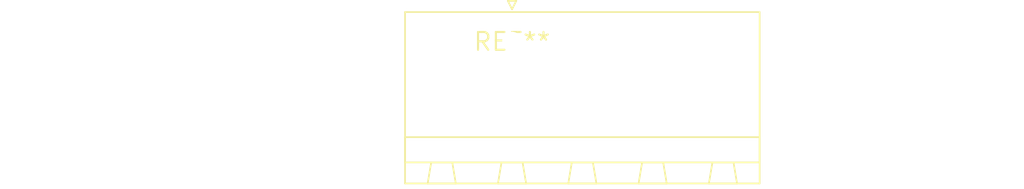
<source format=kicad_pcb>
(kicad_pcb (version 20240108) (generator pcbnew)
  (layers (0 "F.Cu" signal) (31 "B.Cu" signal) (34 "B.Paste" user) (35 "F.Paste" user) (36 "B.SilkS" user "B.Silkscreen") (37 "F.SilkS" user "F.Silkscreen") (38 "B.Mask" user) (39 "F.Mask" user) (44 "Edge.Cuts" user))
  (net 0 "")
  (footprint "PhoenixContact_MSTB_2,5_3-GF_1x03_P5.00mm_Horizontal_ThreadedFlange" (layer "F.Cu") (at 0 0)
    (property "Reference" "REF**")
    (property "Value" "PhoenixContact_MSTB_2,5_3-GF_1x03_P5.00mm_Horizontal_ThreadedFlange")
    (fp_line (start -7.61 -2.11) (end -7.61 10.11) (layer "F.SilkS") (stroke (width 0.12)))
    (fp_line (start -7.61 6.81) (end 17.61 6.81) (layer "F.SilkS") (stroke (width 0.12)))
    (fp_line (start -7.61 8.61) (end -7.61 6.81) (layer "F.SilkS") (stroke (width 0.12)))
    (fp_line (start -7.61 10.11) (end 17.61 10.11) (layer "F.SilkS") (stroke (width 0.12)))
    (fp_line (start -6 10.11) (end -4 10.11) (layer "F.SilkS") (stroke (width 0.12)))
    (fp_line (start -5.75 8.61) (end -6 10.11) (layer "F.SilkS") (stroke (width 0.12)))
    (fp_line (start -4.25 8.61) (end -5.75 8.61) (layer "F.SilkS") (stroke (width 0.12)))
    (fp_line (start -4 10.11) (end -4.25 8.61) (layer "F.SilkS") (stroke (width 0.12)))
    (fp_line (start -1 10.11) (end 1 10.11) (layer "F.SilkS") (stroke (width 0.12)))
    (fp_line (start -0.75 8.61) (end -1 10.11) (layer "F.SilkS") (stroke (width 0.12)))
    (fp_line (start -0.3 -2.91) (end 0.3 -2.91) (layer "F.SilkS") (stroke (width 0.12)))
    (fp_line (start 0 -2.31) (end -0.3 -2.91) (layer "F.SilkS") (stroke (width 0.12)))
    (fp_line (start 0.3 -2.91) (end 0 -2.31) (layer "F.SilkS") (stroke (width 0.12)))
    (fp_line (start 0.75 8.61) (end -0.75 8.61) (layer "F.SilkS") (stroke (width 0.12)))
    (fp_line (start 1 10.11) (end 0.75 8.61) (layer "F.SilkS") (stroke (width 0.12)))
    (fp_line (start 4 10.11) (end 6 10.11) (layer "F.SilkS") (stroke (width 0.12)))
    (fp_line (start 4.25 8.61) (end 4 10.11) (layer "F.SilkS") (stroke (width 0.12)))
    (fp_line (start 5.75 8.61) (end 4.25 8.61) (layer "F.SilkS") (stroke (width 0.12)))
    (fp_line (start 6 10.11) (end 5.75 8.61) (layer "F.SilkS") (stroke (width 0.12)))
    (fp_line (start 9 10.11) (end 11 10.11) (layer "F.SilkS") (stroke (width 0.12)))
    (fp_line (start 9.25 8.61) (end 9 10.11) (layer "F.SilkS") (stroke (width 0.12)))
    (fp_line (start 10.75 8.61) (end 9.25 8.61) (layer "F.SilkS") (stroke (width 0.12)))
    (fp_line (start 11 10.11) (end 10.75 8.61) (layer "F.SilkS") (stroke (width 0.12)))
    (fp_line (start 14 10.11) (end 16 10.11) (layer "F.SilkS") (stroke (width 0.12)))
    (fp_line (start 14.25 8.61) (end 14 10.11) (layer "F.SilkS") (stroke (width 0.12)))
    (fp_line (start 15.75 8.61) (end 14.25 8.61) (layer "F.SilkS") (stroke (width 0.12)))
    (fp_line (start 16 10.11) (end 15.75 8.61) (layer "F.SilkS") (stroke (width 0.12)))
    (fp_line (start 17.61 -2.11) (end -7.61 -2.11) (layer "F.SilkS") (stroke (width 0.12)))
    (fp_line (start 17.61 6.81) (end 17.61 8.61) (layer "F.SilkS") (stroke (width 0.12)))
    (fp_line (start 17.61 8.61) (end -7.61 8.61) (layer "F.SilkS") (stroke (width 0.12)))
    (fp_line (start 17.61 10.11) (end 17.61 -2.11) (layer "F.SilkS") (stroke (width 0.12)))
    (pad "1" thru_hole roundrect (at 0 0) (size 2 3.6) (drill 1.4) (layers *.Cu *.Mask) (remove_unused_layers) (roundrect_rratio 0.125))
    (pad "2" thru_hole oval (at 5 0) (size 2 3.6) (drill 1.4) (layers *.Cu *.Mask) (remove_unused_layers))
    (pad "3" thru_hole oval (at 10 0) (size 2 3.6) (drill 1.4) (layers *.Cu *.Mask) (remove_unused_layers))
  )
)
</source>
